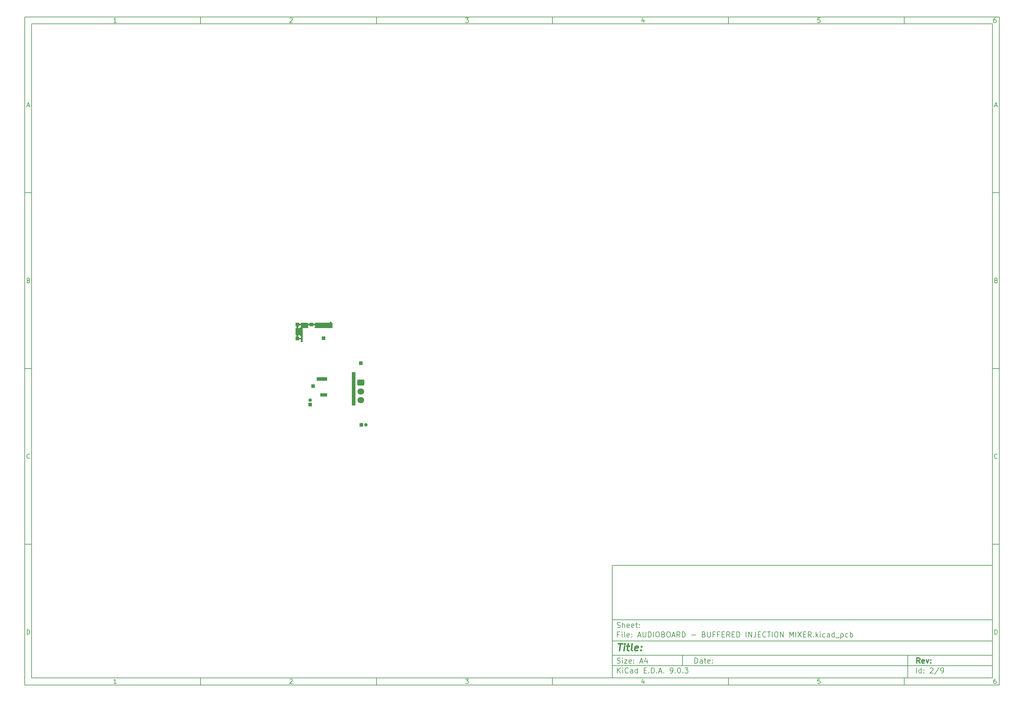
<source format=gbr>
%TF.GenerationSoftware,KiCad,Pcbnew,9.0.3*%
%TF.CreationDate,2025-09-10T01:15:20-07:00*%
%TF.ProjectId,AUDIOBOARD - BUFFERED INJECTION MIXER,41554449-4f42-44f4-9152-44202d204255,rev?*%
%TF.SameCoordinates,Original*%
%TF.FileFunction,Copper,L2,Bot*%
%TF.FilePolarity,Positive*%
%FSLAX46Y46*%
G04 Gerber Fmt 4.6, Leading zero omitted, Abs format (unit mm)*
G04 Created by KiCad (PCBNEW 9.0.3) date 2025-09-10 01:15:20*
%MOMM*%
%LPD*%
G01*
G04 APERTURE LIST*
G04 Aperture macros list*
%AMRoundRect*
0 Rectangle with rounded corners*
0 $1 Rounding radius*
0 $2 $3 $4 $5 $6 $7 $8 $9 X,Y pos of 4 corners*
0 Add a 4 corners polygon primitive as box body*
4,1,4,$2,$3,$4,$5,$6,$7,$8,$9,$2,$3,0*
0 Add four circle primitives for the rounded corners*
1,1,$1+$1,$2,$3*
1,1,$1+$1,$4,$5*
1,1,$1+$1,$6,$7*
1,1,$1+$1,$8,$9*
0 Add four rect primitives between the rounded corners*
20,1,$1+$1,$2,$3,$4,$5,0*
20,1,$1+$1,$4,$5,$6,$7,0*
20,1,$1+$1,$6,$7,$8,$9,0*
20,1,$1+$1,$8,$9,$2,$3,0*%
G04 Aperture macros list end*
%ADD10C,0.100000*%
%ADD11C,0.150000*%
%ADD12C,0.300000*%
%ADD13C,0.400000*%
%TA.AperFunction,ComponentPad*%
%ADD14R,1.000000X1.000000*%
%TD*%
%TA.AperFunction,ComponentPad*%
%ADD15RoundRect,0.250000X-0.725000X0.600000X-0.725000X-0.600000X0.725000X-0.600000X0.725000X0.600000X0*%
%TD*%
%TA.AperFunction,ComponentPad*%
%ADD16O,1.950000X1.700000*%
%TD*%
%TA.AperFunction,ComponentPad*%
%ADD17C,1.000000*%
%TD*%
%TA.AperFunction,ViaPad*%
%ADD18C,0.600000*%
%TD*%
G04 APERTURE END LIST*
D10*
D11*
X177002200Y-166007200D02*
X285002200Y-166007200D01*
X285002200Y-198007200D01*
X177002200Y-198007200D01*
X177002200Y-166007200D01*
D10*
D11*
X10000000Y-10000000D02*
X287002200Y-10000000D01*
X287002200Y-200007200D01*
X10000000Y-200007200D01*
X10000000Y-10000000D01*
D10*
D11*
X12000000Y-12000000D02*
X285002200Y-12000000D01*
X285002200Y-198007200D01*
X12000000Y-198007200D01*
X12000000Y-12000000D01*
D10*
D11*
X60000000Y-12000000D02*
X60000000Y-10000000D01*
D10*
D11*
X110000000Y-12000000D02*
X110000000Y-10000000D01*
D10*
D11*
X160000000Y-12000000D02*
X160000000Y-10000000D01*
D10*
D11*
X210000000Y-12000000D02*
X210000000Y-10000000D01*
D10*
D11*
X260000000Y-12000000D02*
X260000000Y-10000000D01*
D10*
D11*
X36089160Y-11593604D02*
X35346303Y-11593604D01*
X35717731Y-11593604D02*
X35717731Y-10293604D01*
X35717731Y-10293604D02*
X35593922Y-10479319D01*
X35593922Y-10479319D02*
X35470112Y-10603128D01*
X35470112Y-10603128D02*
X35346303Y-10665033D01*
D10*
D11*
X85346303Y-10417414D02*
X85408207Y-10355509D01*
X85408207Y-10355509D02*
X85532017Y-10293604D01*
X85532017Y-10293604D02*
X85841541Y-10293604D01*
X85841541Y-10293604D02*
X85965350Y-10355509D01*
X85965350Y-10355509D02*
X86027255Y-10417414D01*
X86027255Y-10417414D02*
X86089160Y-10541223D01*
X86089160Y-10541223D02*
X86089160Y-10665033D01*
X86089160Y-10665033D02*
X86027255Y-10850747D01*
X86027255Y-10850747D02*
X85284398Y-11593604D01*
X85284398Y-11593604D02*
X86089160Y-11593604D01*
D10*
D11*
X135284398Y-10293604D02*
X136089160Y-10293604D01*
X136089160Y-10293604D02*
X135655826Y-10788842D01*
X135655826Y-10788842D02*
X135841541Y-10788842D01*
X135841541Y-10788842D02*
X135965350Y-10850747D01*
X135965350Y-10850747D02*
X136027255Y-10912652D01*
X136027255Y-10912652D02*
X136089160Y-11036461D01*
X136089160Y-11036461D02*
X136089160Y-11345985D01*
X136089160Y-11345985D02*
X136027255Y-11469795D01*
X136027255Y-11469795D02*
X135965350Y-11531700D01*
X135965350Y-11531700D02*
X135841541Y-11593604D01*
X135841541Y-11593604D02*
X135470112Y-11593604D01*
X135470112Y-11593604D02*
X135346303Y-11531700D01*
X135346303Y-11531700D02*
X135284398Y-11469795D01*
D10*
D11*
X185965350Y-10726938D02*
X185965350Y-11593604D01*
X185655826Y-10231700D02*
X185346303Y-11160271D01*
X185346303Y-11160271D02*
X186151064Y-11160271D01*
D10*
D11*
X236027255Y-10293604D02*
X235408207Y-10293604D01*
X235408207Y-10293604D02*
X235346303Y-10912652D01*
X235346303Y-10912652D02*
X235408207Y-10850747D01*
X235408207Y-10850747D02*
X235532017Y-10788842D01*
X235532017Y-10788842D02*
X235841541Y-10788842D01*
X235841541Y-10788842D02*
X235965350Y-10850747D01*
X235965350Y-10850747D02*
X236027255Y-10912652D01*
X236027255Y-10912652D02*
X236089160Y-11036461D01*
X236089160Y-11036461D02*
X236089160Y-11345985D01*
X236089160Y-11345985D02*
X236027255Y-11469795D01*
X236027255Y-11469795D02*
X235965350Y-11531700D01*
X235965350Y-11531700D02*
X235841541Y-11593604D01*
X235841541Y-11593604D02*
X235532017Y-11593604D01*
X235532017Y-11593604D02*
X235408207Y-11531700D01*
X235408207Y-11531700D02*
X235346303Y-11469795D01*
D10*
D11*
X285965350Y-10293604D02*
X285717731Y-10293604D01*
X285717731Y-10293604D02*
X285593922Y-10355509D01*
X285593922Y-10355509D02*
X285532017Y-10417414D01*
X285532017Y-10417414D02*
X285408207Y-10603128D01*
X285408207Y-10603128D02*
X285346303Y-10850747D01*
X285346303Y-10850747D02*
X285346303Y-11345985D01*
X285346303Y-11345985D02*
X285408207Y-11469795D01*
X285408207Y-11469795D02*
X285470112Y-11531700D01*
X285470112Y-11531700D02*
X285593922Y-11593604D01*
X285593922Y-11593604D02*
X285841541Y-11593604D01*
X285841541Y-11593604D02*
X285965350Y-11531700D01*
X285965350Y-11531700D02*
X286027255Y-11469795D01*
X286027255Y-11469795D02*
X286089160Y-11345985D01*
X286089160Y-11345985D02*
X286089160Y-11036461D01*
X286089160Y-11036461D02*
X286027255Y-10912652D01*
X286027255Y-10912652D02*
X285965350Y-10850747D01*
X285965350Y-10850747D02*
X285841541Y-10788842D01*
X285841541Y-10788842D02*
X285593922Y-10788842D01*
X285593922Y-10788842D02*
X285470112Y-10850747D01*
X285470112Y-10850747D02*
X285408207Y-10912652D01*
X285408207Y-10912652D02*
X285346303Y-11036461D01*
D10*
D11*
X60000000Y-198007200D02*
X60000000Y-200007200D01*
D10*
D11*
X110000000Y-198007200D02*
X110000000Y-200007200D01*
D10*
D11*
X160000000Y-198007200D02*
X160000000Y-200007200D01*
D10*
D11*
X210000000Y-198007200D02*
X210000000Y-200007200D01*
D10*
D11*
X260000000Y-198007200D02*
X260000000Y-200007200D01*
D10*
D11*
X36089160Y-199600804D02*
X35346303Y-199600804D01*
X35717731Y-199600804D02*
X35717731Y-198300804D01*
X35717731Y-198300804D02*
X35593922Y-198486519D01*
X35593922Y-198486519D02*
X35470112Y-198610328D01*
X35470112Y-198610328D02*
X35346303Y-198672233D01*
D10*
D11*
X85346303Y-198424614D02*
X85408207Y-198362709D01*
X85408207Y-198362709D02*
X85532017Y-198300804D01*
X85532017Y-198300804D02*
X85841541Y-198300804D01*
X85841541Y-198300804D02*
X85965350Y-198362709D01*
X85965350Y-198362709D02*
X86027255Y-198424614D01*
X86027255Y-198424614D02*
X86089160Y-198548423D01*
X86089160Y-198548423D02*
X86089160Y-198672233D01*
X86089160Y-198672233D02*
X86027255Y-198857947D01*
X86027255Y-198857947D02*
X85284398Y-199600804D01*
X85284398Y-199600804D02*
X86089160Y-199600804D01*
D10*
D11*
X135284398Y-198300804D02*
X136089160Y-198300804D01*
X136089160Y-198300804D02*
X135655826Y-198796042D01*
X135655826Y-198796042D02*
X135841541Y-198796042D01*
X135841541Y-198796042D02*
X135965350Y-198857947D01*
X135965350Y-198857947D02*
X136027255Y-198919852D01*
X136027255Y-198919852D02*
X136089160Y-199043661D01*
X136089160Y-199043661D02*
X136089160Y-199353185D01*
X136089160Y-199353185D02*
X136027255Y-199476995D01*
X136027255Y-199476995D02*
X135965350Y-199538900D01*
X135965350Y-199538900D02*
X135841541Y-199600804D01*
X135841541Y-199600804D02*
X135470112Y-199600804D01*
X135470112Y-199600804D02*
X135346303Y-199538900D01*
X135346303Y-199538900D02*
X135284398Y-199476995D01*
D10*
D11*
X185965350Y-198734138D02*
X185965350Y-199600804D01*
X185655826Y-198238900D02*
X185346303Y-199167471D01*
X185346303Y-199167471D02*
X186151064Y-199167471D01*
D10*
D11*
X236027255Y-198300804D02*
X235408207Y-198300804D01*
X235408207Y-198300804D02*
X235346303Y-198919852D01*
X235346303Y-198919852D02*
X235408207Y-198857947D01*
X235408207Y-198857947D02*
X235532017Y-198796042D01*
X235532017Y-198796042D02*
X235841541Y-198796042D01*
X235841541Y-198796042D02*
X235965350Y-198857947D01*
X235965350Y-198857947D02*
X236027255Y-198919852D01*
X236027255Y-198919852D02*
X236089160Y-199043661D01*
X236089160Y-199043661D02*
X236089160Y-199353185D01*
X236089160Y-199353185D02*
X236027255Y-199476995D01*
X236027255Y-199476995D02*
X235965350Y-199538900D01*
X235965350Y-199538900D02*
X235841541Y-199600804D01*
X235841541Y-199600804D02*
X235532017Y-199600804D01*
X235532017Y-199600804D02*
X235408207Y-199538900D01*
X235408207Y-199538900D02*
X235346303Y-199476995D01*
D10*
D11*
X285965350Y-198300804D02*
X285717731Y-198300804D01*
X285717731Y-198300804D02*
X285593922Y-198362709D01*
X285593922Y-198362709D02*
X285532017Y-198424614D01*
X285532017Y-198424614D02*
X285408207Y-198610328D01*
X285408207Y-198610328D02*
X285346303Y-198857947D01*
X285346303Y-198857947D02*
X285346303Y-199353185D01*
X285346303Y-199353185D02*
X285408207Y-199476995D01*
X285408207Y-199476995D02*
X285470112Y-199538900D01*
X285470112Y-199538900D02*
X285593922Y-199600804D01*
X285593922Y-199600804D02*
X285841541Y-199600804D01*
X285841541Y-199600804D02*
X285965350Y-199538900D01*
X285965350Y-199538900D02*
X286027255Y-199476995D01*
X286027255Y-199476995D02*
X286089160Y-199353185D01*
X286089160Y-199353185D02*
X286089160Y-199043661D01*
X286089160Y-199043661D02*
X286027255Y-198919852D01*
X286027255Y-198919852D02*
X285965350Y-198857947D01*
X285965350Y-198857947D02*
X285841541Y-198796042D01*
X285841541Y-198796042D02*
X285593922Y-198796042D01*
X285593922Y-198796042D02*
X285470112Y-198857947D01*
X285470112Y-198857947D02*
X285408207Y-198919852D01*
X285408207Y-198919852D02*
X285346303Y-199043661D01*
D10*
D11*
X10000000Y-60000000D02*
X12000000Y-60000000D01*
D10*
D11*
X10000000Y-110000000D02*
X12000000Y-110000000D01*
D10*
D11*
X10000000Y-160000000D02*
X12000000Y-160000000D01*
D10*
D11*
X10690476Y-35222176D02*
X11309523Y-35222176D01*
X10566666Y-35593604D02*
X10999999Y-34293604D01*
X10999999Y-34293604D02*
X11433333Y-35593604D01*
D10*
D11*
X11092857Y-84912652D02*
X11278571Y-84974557D01*
X11278571Y-84974557D02*
X11340476Y-85036461D01*
X11340476Y-85036461D02*
X11402380Y-85160271D01*
X11402380Y-85160271D02*
X11402380Y-85345985D01*
X11402380Y-85345985D02*
X11340476Y-85469795D01*
X11340476Y-85469795D02*
X11278571Y-85531700D01*
X11278571Y-85531700D02*
X11154761Y-85593604D01*
X11154761Y-85593604D02*
X10659523Y-85593604D01*
X10659523Y-85593604D02*
X10659523Y-84293604D01*
X10659523Y-84293604D02*
X11092857Y-84293604D01*
X11092857Y-84293604D02*
X11216666Y-84355509D01*
X11216666Y-84355509D02*
X11278571Y-84417414D01*
X11278571Y-84417414D02*
X11340476Y-84541223D01*
X11340476Y-84541223D02*
X11340476Y-84665033D01*
X11340476Y-84665033D02*
X11278571Y-84788842D01*
X11278571Y-84788842D02*
X11216666Y-84850747D01*
X11216666Y-84850747D02*
X11092857Y-84912652D01*
X11092857Y-84912652D02*
X10659523Y-84912652D01*
D10*
D11*
X11402380Y-135469795D02*
X11340476Y-135531700D01*
X11340476Y-135531700D02*
X11154761Y-135593604D01*
X11154761Y-135593604D02*
X11030952Y-135593604D01*
X11030952Y-135593604D02*
X10845238Y-135531700D01*
X10845238Y-135531700D02*
X10721428Y-135407890D01*
X10721428Y-135407890D02*
X10659523Y-135284080D01*
X10659523Y-135284080D02*
X10597619Y-135036461D01*
X10597619Y-135036461D02*
X10597619Y-134850747D01*
X10597619Y-134850747D02*
X10659523Y-134603128D01*
X10659523Y-134603128D02*
X10721428Y-134479319D01*
X10721428Y-134479319D02*
X10845238Y-134355509D01*
X10845238Y-134355509D02*
X11030952Y-134293604D01*
X11030952Y-134293604D02*
X11154761Y-134293604D01*
X11154761Y-134293604D02*
X11340476Y-134355509D01*
X11340476Y-134355509D02*
X11402380Y-134417414D01*
D10*
D11*
X10659523Y-185593604D02*
X10659523Y-184293604D01*
X10659523Y-184293604D02*
X10969047Y-184293604D01*
X10969047Y-184293604D02*
X11154761Y-184355509D01*
X11154761Y-184355509D02*
X11278571Y-184479319D01*
X11278571Y-184479319D02*
X11340476Y-184603128D01*
X11340476Y-184603128D02*
X11402380Y-184850747D01*
X11402380Y-184850747D02*
X11402380Y-185036461D01*
X11402380Y-185036461D02*
X11340476Y-185284080D01*
X11340476Y-185284080D02*
X11278571Y-185407890D01*
X11278571Y-185407890D02*
X11154761Y-185531700D01*
X11154761Y-185531700D02*
X10969047Y-185593604D01*
X10969047Y-185593604D02*
X10659523Y-185593604D01*
D10*
D11*
X287002200Y-60000000D02*
X285002200Y-60000000D01*
D10*
D11*
X287002200Y-110000000D02*
X285002200Y-110000000D01*
D10*
D11*
X287002200Y-160000000D02*
X285002200Y-160000000D01*
D10*
D11*
X285692676Y-35222176D02*
X286311723Y-35222176D01*
X285568866Y-35593604D02*
X286002199Y-34293604D01*
X286002199Y-34293604D02*
X286435533Y-35593604D01*
D10*
D11*
X286095057Y-84912652D02*
X286280771Y-84974557D01*
X286280771Y-84974557D02*
X286342676Y-85036461D01*
X286342676Y-85036461D02*
X286404580Y-85160271D01*
X286404580Y-85160271D02*
X286404580Y-85345985D01*
X286404580Y-85345985D02*
X286342676Y-85469795D01*
X286342676Y-85469795D02*
X286280771Y-85531700D01*
X286280771Y-85531700D02*
X286156961Y-85593604D01*
X286156961Y-85593604D02*
X285661723Y-85593604D01*
X285661723Y-85593604D02*
X285661723Y-84293604D01*
X285661723Y-84293604D02*
X286095057Y-84293604D01*
X286095057Y-84293604D02*
X286218866Y-84355509D01*
X286218866Y-84355509D02*
X286280771Y-84417414D01*
X286280771Y-84417414D02*
X286342676Y-84541223D01*
X286342676Y-84541223D02*
X286342676Y-84665033D01*
X286342676Y-84665033D02*
X286280771Y-84788842D01*
X286280771Y-84788842D02*
X286218866Y-84850747D01*
X286218866Y-84850747D02*
X286095057Y-84912652D01*
X286095057Y-84912652D02*
X285661723Y-84912652D01*
D10*
D11*
X286404580Y-135469795D02*
X286342676Y-135531700D01*
X286342676Y-135531700D02*
X286156961Y-135593604D01*
X286156961Y-135593604D02*
X286033152Y-135593604D01*
X286033152Y-135593604D02*
X285847438Y-135531700D01*
X285847438Y-135531700D02*
X285723628Y-135407890D01*
X285723628Y-135407890D02*
X285661723Y-135284080D01*
X285661723Y-135284080D02*
X285599819Y-135036461D01*
X285599819Y-135036461D02*
X285599819Y-134850747D01*
X285599819Y-134850747D02*
X285661723Y-134603128D01*
X285661723Y-134603128D02*
X285723628Y-134479319D01*
X285723628Y-134479319D02*
X285847438Y-134355509D01*
X285847438Y-134355509D02*
X286033152Y-134293604D01*
X286033152Y-134293604D02*
X286156961Y-134293604D01*
X286156961Y-134293604D02*
X286342676Y-134355509D01*
X286342676Y-134355509D02*
X286404580Y-134417414D01*
D10*
D11*
X285661723Y-185593604D02*
X285661723Y-184293604D01*
X285661723Y-184293604D02*
X285971247Y-184293604D01*
X285971247Y-184293604D02*
X286156961Y-184355509D01*
X286156961Y-184355509D02*
X286280771Y-184479319D01*
X286280771Y-184479319D02*
X286342676Y-184603128D01*
X286342676Y-184603128D02*
X286404580Y-184850747D01*
X286404580Y-184850747D02*
X286404580Y-185036461D01*
X286404580Y-185036461D02*
X286342676Y-185284080D01*
X286342676Y-185284080D02*
X286280771Y-185407890D01*
X286280771Y-185407890D02*
X286156961Y-185531700D01*
X286156961Y-185531700D02*
X285971247Y-185593604D01*
X285971247Y-185593604D02*
X285661723Y-185593604D01*
D10*
D11*
X200458026Y-193793328D02*
X200458026Y-192293328D01*
X200458026Y-192293328D02*
X200815169Y-192293328D01*
X200815169Y-192293328D02*
X201029455Y-192364757D01*
X201029455Y-192364757D02*
X201172312Y-192507614D01*
X201172312Y-192507614D02*
X201243741Y-192650471D01*
X201243741Y-192650471D02*
X201315169Y-192936185D01*
X201315169Y-192936185D02*
X201315169Y-193150471D01*
X201315169Y-193150471D02*
X201243741Y-193436185D01*
X201243741Y-193436185D02*
X201172312Y-193579042D01*
X201172312Y-193579042D02*
X201029455Y-193721900D01*
X201029455Y-193721900D02*
X200815169Y-193793328D01*
X200815169Y-193793328D02*
X200458026Y-193793328D01*
X202600884Y-193793328D02*
X202600884Y-193007614D01*
X202600884Y-193007614D02*
X202529455Y-192864757D01*
X202529455Y-192864757D02*
X202386598Y-192793328D01*
X202386598Y-192793328D02*
X202100884Y-192793328D01*
X202100884Y-192793328D02*
X201958026Y-192864757D01*
X202600884Y-193721900D02*
X202458026Y-193793328D01*
X202458026Y-193793328D02*
X202100884Y-193793328D01*
X202100884Y-193793328D02*
X201958026Y-193721900D01*
X201958026Y-193721900D02*
X201886598Y-193579042D01*
X201886598Y-193579042D02*
X201886598Y-193436185D01*
X201886598Y-193436185D02*
X201958026Y-193293328D01*
X201958026Y-193293328D02*
X202100884Y-193221900D01*
X202100884Y-193221900D02*
X202458026Y-193221900D01*
X202458026Y-193221900D02*
X202600884Y-193150471D01*
X203100884Y-192793328D02*
X203672312Y-192793328D01*
X203315169Y-192293328D02*
X203315169Y-193579042D01*
X203315169Y-193579042D02*
X203386598Y-193721900D01*
X203386598Y-193721900D02*
X203529455Y-193793328D01*
X203529455Y-193793328D02*
X203672312Y-193793328D01*
X204743741Y-193721900D02*
X204600884Y-193793328D01*
X204600884Y-193793328D02*
X204315170Y-193793328D01*
X204315170Y-193793328D02*
X204172312Y-193721900D01*
X204172312Y-193721900D02*
X204100884Y-193579042D01*
X204100884Y-193579042D02*
X204100884Y-193007614D01*
X204100884Y-193007614D02*
X204172312Y-192864757D01*
X204172312Y-192864757D02*
X204315170Y-192793328D01*
X204315170Y-192793328D02*
X204600884Y-192793328D01*
X204600884Y-192793328D02*
X204743741Y-192864757D01*
X204743741Y-192864757D02*
X204815170Y-193007614D01*
X204815170Y-193007614D02*
X204815170Y-193150471D01*
X204815170Y-193150471D02*
X204100884Y-193293328D01*
X205458026Y-193650471D02*
X205529455Y-193721900D01*
X205529455Y-193721900D02*
X205458026Y-193793328D01*
X205458026Y-193793328D02*
X205386598Y-193721900D01*
X205386598Y-193721900D02*
X205458026Y-193650471D01*
X205458026Y-193650471D02*
X205458026Y-193793328D01*
X205458026Y-192864757D02*
X205529455Y-192936185D01*
X205529455Y-192936185D02*
X205458026Y-193007614D01*
X205458026Y-193007614D02*
X205386598Y-192936185D01*
X205386598Y-192936185D02*
X205458026Y-192864757D01*
X205458026Y-192864757D02*
X205458026Y-193007614D01*
D10*
D11*
X177002200Y-194507200D02*
X285002200Y-194507200D01*
D10*
D11*
X178458026Y-196593328D02*
X178458026Y-195093328D01*
X179315169Y-196593328D02*
X178672312Y-195736185D01*
X179315169Y-195093328D02*
X178458026Y-195950471D01*
X179958026Y-196593328D02*
X179958026Y-195593328D01*
X179958026Y-195093328D02*
X179886598Y-195164757D01*
X179886598Y-195164757D02*
X179958026Y-195236185D01*
X179958026Y-195236185D02*
X180029455Y-195164757D01*
X180029455Y-195164757D02*
X179958026Y-195093328D01*
X179958026Y-195093328D02*
X179958026Y-195236185D01*
X181529455Y-196450471D02*
X181458027Y-196521900D01*
X181458027Y-196521900D02*
X181243741Y-196593328D01*
X181243741Y-196593328D02*
X181100884Y-196593328D01*
X181100884Y-196593328D02*
X180886598Y-196521900D01*
X180886598Y-196521900D02*
X180743741Y-196379042D01*
X180743741Y-196379042D02*
X180672312Y-196236185D01*
X180672312Y-196236185D02*
X180600884Y-195950471D01*
X180600884Y-195950471D02*
X180600884Y-195736185D01*
X180600884Y-195736185D02*
X180672312Y-195450471D01*
X180672312Y-195450471D02*
X180743741Y-195307614D01*
X180743741Y-195307614D02*
X180886598Y-195164757D01*
X180886598Y-195164757D02*
X181100884Y-195093328D01*
X181100884Y-195093328D02*
X181243741Y-195093328D01*
X181243741Y-195093328D02*
X181458027Y-195164757D01*
X181458027Y-195164757D02*
X181529455Y-195236185D01*
X182815170Y-196593328D02*
X182815170Y-195807614D01*
X182815170Y-195807614D02*
X182743741Y-195664757D01*
X182743741Y-195664757D02*
X182600884Y-195593328D01*
X182600884Y-195593328D02*
X182315170Y-195593328D01*
X182315170Y-195593328D02*
X182172312Y-195664757D01*
X182815170Y-196521900D02*
X182672312Y-196593328D01*
X182672312Y-196593328D02*
X182315170Y-196593328D01*
X182315170Y-196593328D02*
X182172312Y-196521900D01*
X182172312Y-196521900D02*
X182100884Y-196379042D01*
X182100884Y-196379042D02*
X182100884Y-196236185D01*
X182100884Y-196236185D02*
X182172312Y-196093328D01*
X182172312Y-196093328D02*
X182315170Y-196021900D01*
X182315170Y-196021900D02*
X182672312Y-196021900D01*
X182672312Y-196021900D02*
X182815170Y-195950471D01*
X184172313Y-196593328D02*
X184172313Y-195093328D01*
X184172313Y-196521900D02*
X184029455Y-196593328D01*
X184029455Y-196593328D02*
X183743741Y-196593328D01*
X183743741Y-196593328D02*
X183600884Y-196521900D01*
X183600884Y-196521900D02*
X183529455Y-196450471D01*
X183529455Y-196450471D02*
X183458027Y-196307614D01*
X183458027Y-196307614D02*
X183458027Y-195879042D01*
X183458027Y-195879042D02*
X183529455Y-195736185D01*
X183529455Y-195736185D02*
X183600884Y-195664757D01*
X183600884Y-195664757D02*
X183743741Y-195593328D01*
X183743741Y-195593328D02*
X184029455Y-195593328D01*
X184029455Y-195593328D02*
X184172313Y-195664757D01*
X186029455Y-195807614D02*
X186529455Y-195807614D01*
X186743741Y-196593328D02*
X186029455Y-196593328D01*
X186029455Y-196593328D02*
X186029455Y-195093328D01*
X186029455Y-195093328D02*
X186743741Y-195093328D01*
X187386598Y-196450471D02*
X187458027Y-196521900D01*
X187458027Y-196521900D02*
X187386598Y-196593328D01*
X187386598Y-196593328D02*
X187315170Y-196521900D01*
X187315170Y-196521900D02*
X187386598Y-196450471D01*
X187386598Y-196450471D02*
X187386598Y-196593328D01*
X188100884Y-196593328D02*
X188100884Y-195093328D01*
X188100884Y-195093328D02*
X188458027Y-195093328D01*
X188458027Y-195093328D02*
X188672313Y-195164757D01*
X188672313Y-195164757D02*
X188815170Y-195307614D01*
X188815170Y-195307614D02*
X188886599Y-195450471D01*
X188886599Y-195450471D02*
X188958027Y-195736185D01*
X188958027Y-195736185D02*
X188958027Y-195950471D01*
X188958027Y-195950471D02*
X188886599Y-196236185D01*
X188886599Y-196236185D02*
X188815170Y-196379042D01*
X188815170Y-196379042D02*
X188672313Y-196521900D01*
X188672313Y-196521900D02*
X188458027Y-196593328D01*
X188458027Y-196593328D02*
X188100884Y-196593328D01*
X189600884Y-196450471D02*
X189672313Y-196521900D01*
X189672313Y-196521900D02*
X189600884Y-196593328D01*
X189600884Y-196593328D02*
X189529456Y-196521900D01*
X189529456Y-196521900D02*
X189600884Y-196450471D01*
X189600884Y-196450471D02*
X189600884Y-196593328D01*
X190243742Y-196164757D02*
X190958028Y-196164757D01*
X190100885Y-196593328D02*
X190600885Y-195093328D01*
X190600885Y-195093328D02*
X191100885Y-196593328D01*
X191600884Y-196450471D02*
X191672313Y-196521900D01*
X191672313Y-196521900D02*
X191600884Y-196593328D01*
X191600884Y-196593328D02*
X191529456Y-196521900D01*
X191529456Y-196521900D02*
X191600884Y-196450471D01*
X191600884Y-196450471D02*
X191600884Y-196593328D01*
X193529456Y-196593328D02*
X193815170Y-196593328D01*
X193815170Y-196593328D02*
X193958027Y-196521900D01*
X193958027Y-196521900D02*
X194029456Y-196450471D01*
X194029456Y-196450471D02*
X194172313Y-196236185D01*
X194172313Y-196236185D02*
X194243742Y-195950471D01*
X194243742Y-195950471D02*
X194243742Y-195379042D01*
X194243742Y-195379042D02*
X194172313Y-195236185D01*
X194172313Y-195236185D02*
X194100885Y-195164757D01*
X194100885Y-195164757D02*
X193958027Y-195093328D01*
X193958027Y-195093328D02*
X193672313Y-195093328D01*
X193672313Y-195093328D02*
X193529456Y-195164757D01*
X193529456Y-195164757D02*
X193458027Y-195236185D01*
X193458027Y-195236185D02*
X193386599Y-195379042D01*
X193386599Y-195379042D02*
X193386599Y-195736185D01*
X193386599Y-195736185D02*
X193458027Y-195879042D01*
X193458027Y-195879042D02*
X193529456Y-195950471D01*
X193529456Y-195950471D02*
X193672313Y-196021900D01*
X193672313Y-196021900D02*
X193958027Y-196021900D01*
X193958027Y-196021900D02*
X194100885Y-195950471D01*
X194100885Y-195950471D02*
X194172313Y-195879042D01*
X194172313Y-195879042D02*
X194243742Y-195736185D01*
X194886598Y-196450471D02*
X194958027Y-196521900D01*
X194958027Y-196521900D02*
X194886598Y-196593328D01*
X194886598Y-196593328D02*
X194815170Y-196521900D01*
X194815170Y-196521900D02*
X194886598Y-196450471D01*
X194886598Y-196450471D02*
X194886598Y-196593328D01*
X195886599Y-195093328D02*
X196029456Y-195093328D01*
X196029456Y-195093328D02*
X196172313Y-195164757D01*
X196172313Y-195164757D02*
X196243742Y-195236185D01*
X196243742Y-195236185D02*
X196315170Y-195379042D01*
X196315170Y-195379042D02*
X196386599Y-195664757D01*
X196386599Y-195664757D02*
X196386599Y-196021900D01*
X196386599Y-196021900D02*
X196315170Y-196307614D01*
X196315170Y-196307614D02*
X196243742Y-196450471D01*
X196243742Y-196450471D02*
X196172313Y-196521900D01*
X196172313Y-196521900D02*
X196029456Y-196593328D01*
X196029456Y-196593328D02*
X195886599Y-196593328D01*
X195886599Y-196593328D02*
X195743742Y-196521900D01*
X195743742Y-196521900D02*
X195672313Y-196450471D01*
X195672313Y-196450471D02*
X195600884Y-196307614D01*
X195600884Y-196307614D02*
X195529456Y-196021900D01*
X195529456Y-196021900D02*
X195529456Y-195664757D01*
X195529456Y-195664757D02*
X195600884Y-195379042D01*
X195600884Y-195379042D02*
X195672313Y-195236185D01*
X195672313Y-195236185D02*
X195743742Y-195164757D01*
X195743742Y-195164757D02*
X195886599Y-195093328D01*
X197029455Y-196450471D02*
X197100884Y-196521900D01*
X197100884Y-196521900D02*
X197029455Y-196593328D01*
X197029455Y-196593328D02*
X196958027Y-196521900D01*
X196958027Y-196521900D02*
X197029455Y-196450471D01*
X197029455Y-196450471D02*
X197029455Y-196593328D01*
X197600884Y-195093328D02*
X198529456Y-195093328D01*
X198529456Y-195093328D02*
X198029456Y-195664757D01*
X198029456Y-195664757D02*
X198243741Y-195664757D01*
X198243741Y-195664757D02*
X198386599Y-195736185D01*
X198386599Y-195736185D02*
X198458027Y-195807614D01*
X198458027Y-195807614D02*
X198529456Y-195950471D01*
X198529456Y-195950471D02*
X198529456Y-196307614D01*
X198529456Y-196307614D02*
X198458027Y-196450471D01*
X198458027Y-196450471D02*
X198386599Y-196521900D01*
X198386599Y-196521900D02*
X198243741Y-196593328D01*
X198243741Y-196593328D02*
X197815170Y-196593328D01*
X197815170Y-196593328D02*
X197672313Y-196521900D01*
X197672313Y-196521900D02*
X197600884Y-196450471D01*
D10*
D11*
X177002200Y-191507200D02*
X285002200Y-191507200D01*
D10*
D12*
X264413853Y-193785528D02*
X263913853Y-193071242D01*
X263556710Y-193785528D02*
X263556710Y-192285528D01*
X263556710Y-192285528D02*
X264128139Y-192285528D01*
X264128139Y-192285528D02*
X264270996Y-192356957D01*
X264270996Y-192356957D02*
X264342425Y-192428385D01*
X264342425Y-192428385D02*
X264413853Y-192571242D01*
X264413853Y-192571242D02*
X264413853Y-192785528D01*
X264413853Y-192785528D02*
X264342425Y-192928385D01*
X264342425Y-192928385D02*
X264270996Y-192999814D01*
X264270996Y-192999814D02*
X264128139Y-193071242D01*
X264128139Y-193071242D02*
X263556710Y-193071242D01*
X265628139Y-193714100D02*
X265485282Y-193785528D01*
X265485282Y-193785528D02*
X265199568Y-193785528D01*
X265199568Y-193785528D02*
X265056710Y-193714100D01*
X265056710Y-193714100D02*
X264985282Y-193571242D01*
X264985282Y-193571242D02*
X264985282Y-192999814D01*
X264985282Y-192999814D02*
X265056710Y-192856957D01*
X265056710Y-192856957D02*
X265199568Y-192785528D01*
X265199568Y-192785528D02*
X265485282Y-192785528D01*
X265485282Y-192785528D02*
X265628139Y-192856957D01*
X265628139Y-192856957D02*
X265699568Y-192999814D01*
X265699568Y-192999814D02*
X265699568Y-193142671D01*
X265699568Y-193142671D02*
X264985282Y-193285528D01*
X266199567Y-192785528D02*
X266556710Y-193785528D01*
X266556710Y-193785528D02*
X266913853Y-192785528D01*
X267485281Y-193642671D02*
X267556710Y-193714100D01*
X267556710Y-193714100D02*
X267485281Y-193785528D01*
X267485281Y-193785528D02*
X267413853Y-193714100D01*
X267413853Y-193714100D02*
X267485281Y-193642671D01*
X267485281Y-193642671D02*
X267485281Y-193785528D01*
X267485281Y-192856957D02*
X267556710Y-192928385D01*
X267556710Y-192928385D02*
X267485281Y-192999814D01*
X267485281Y-192999814D02*
X267413853Y-192928385D01*
X267413853Y-192928385D02*
X267485281Y-192856957D01*
X267485281Y-192856957D02*
X267485281Y-192999814D01*
D10*
D11*
X178386598Y-193721900D02*
X178600884Y-193793328D01*
X178600884Y-193793328D02*
X178958026Y-193793328D01*
X178958026Y-193793328D02*
X179100884Y-193721900D01*
X179100884Y-193721900D02*
X179172312Y-193650471D01*
X179172312Y-193650471D02*
X179243741Y-193507614D01*
X179243741Y-193507614D02*
X179243741Y-193364757D01*
X179243741Y-193364757D02*
X179172312Y-193221900D01*
X179172312Y-193221900D02*
X179100884Y-193150471D01*
X179100884Y-193150471D02*
X178958026Y-193079042D01*
X178958026Y-193079042D02*
X178672312Y-193007614D01*
X178672312Y-193007614D02*
X178529455Y-192936185D01*
X178529455Y-192936185D02*
X178458026Y-192864757D01*
X178458026Y-192864757D02*
X178386598Y-192721900D01*
X178386598Y-192721900D02*
X178386598Y-192579042D01*
X178386598Y-192579042D02*
X178458026Y-192436185D01*
X178458026Y-192436185D02*
X178529455Y-192364757D01*
X178529455Y-192364757D02*
X178672312Y-192293328D01*
X178672312Y-192293328D02*
X179029455Y-192293328D01*
X179029455Y-192293328D02*
X179243741Y-192364757D01*
X179886597Y-193793328D02*
X179886597Y-192793328D01*
X179886597Y-192293328D02*
X179815169Y-192364757D01*
X179815169Y-192364757D02*
X179886597Y-192436185D01*
X179886597Y-192436185D02*
X179958026Y-192364757D01*
X179958026Y-192364757D02*
X179886597Y-192293328D01*
X179886597Y-192293328D02*
X179886597Y-192436185D01*
X180458026Y-192793328D02*
X181243741Y-192793328D01*
X181243741Y-192793328D02*
X180458026Y-193793328D01*
X180458026Y-193793328D02*
X181243741Y-193793328D01*
X182386598Y-193721900D02*
X182243741Y-193793328D01*
X182243741Y-193793328D02*
X181958027Y-193793328D01*
X181958027Y-193793328D02*
X181815169Y-193721900D01*
X181815169Y-193721900D02*
X181743741Y-193579042D01*
X181743741Y-193579042D02*
X181743741Y-193007614D01*
X181743741Y-193007614D02*
X181815169Y-192864757D01*
X181815169Y-192864757D02*
X181958027Y-192793328D01*
X181958027Y-192793328D02*
X182243741Y-192793328D01*
X182243741Y-192793328D02*
X182386598Y-192864757D01*
X182386598Y-192864757D02*
X182458027Y-193007614D01*
X182458027Y-193007614D02*
X182458027Y-193150471D01*
X182458027Y-193150471D02*
X181743741Y-193293328D01*
X183100883Y-193650471D02*
X183172312Y-193721900D01*
X183172312Y-193721900D02*
X183100883Y-193793328D01*
X183100883Y-193793328D02*
X183029455Y-193721900D01*
X183029455Y-193721900D02*
X183100883Y-193650471D01*
X183100883Y-193650471D02*
X183100883Y-193793328D01*
X183100883Y-192864757D02*
X183172312Y-192936185D01*
X183172312Y-192936185D02*
X183100883Y-193007614D01*
X183100883Y-193007614D02*
X183029455Y-192936185D01*
X183029455Y-192936185D02*
X183100883Y-192864757D01*
X183100883Y-192864757D02*
X183100883Y-193007614D01*
X184886598Y-193364757D02*
X185600884Y-193364757D01*
X184743741Y-193793328D02*
X185243741Y-192293328D01*
X185243741Y-192293328D02*
X185743741Y-193793328D01*
X186886598Y-192793328D02*
X186886598Y-193793328D01*
X186529455Y-192221900D02*
X186172312Y-193293328D01*
X186172312Y-193293328D02*
X187100883Y-193293328D01*
D10*
D11*
X263458026Y-196593328D02*
X263458026Y-195093328D01*
X264815170Y-196593328D02*
X264815170Y-195093328D01*
X264815170Y-196521900D02*
X264672312Y-196593328D01*
X264672312Y-196593328D02*
X264386598Y-196593328D01*
X264386598Y-196593328D02*
X264243741Y-196521900D01*
X264243741Y-196521900D02*
X264172312Y-196450471D01*
X264172312Y-196450471D02*
X264100884Y-196307614D01*
X264100884Y-196307614D02*
X264100884Y-195879042D01*
X264100884Y-195879042D02*
X264172312Y-195736185D01*
X264172312Y-195736185D02*
X264243741Y-195664757D01*
X264243741Y-195664757D02*
X264386598Y-195593328D01*
X264386598Y-195593328D02*
X264672312Y-195593328D01*
X264672312Y-195593328D02*
X264815170Y-195664757D01*
X265529455Y-196450471D02*
X265600884Y-196521900D01*
X265600884Y-196521900D02*
X265529455Y-196593328D01*
X265529455Y-196593328D02*
X265458027Y-196521900D01*
X265458027Y-196521900D02*
X265529455Y-196450471D01*
X265529455Y-196450471D02*
X265529455Y-196593328D01*
X265529455Y-195664757D02*
X265600884Y-195736185D01*
X265600884Y-195736185D02*
X265529455Y-195807614D01*
X265529455Y-195807614D02*
X265458027Y-195736185D01*
X265458027Y-195736185D02*
X265529455Y-195664757D01*
X265529455Y-195664757D02*
X265529455Y-195807614D01*
X267315170Y-195236185D02*
X267386598Y-195164757D01*
X267386598Y-195164757D02*
X267529456Y-195093328D01*
X267529456Y-195093328D02*
X267886598Y-195093328D01*
X267886598Y-195093328D02*
X268029456Y-195164757D01*
X268029456Y-195164757D02*
X268100884Y-195236185D01*
X268100884Y-195236185D02*
X268172313Y-195379042D01*
X268172313Y-195379042D02*
X268172313Y-195521900D01*
X268172313Y-195521900D02*
X268100884Y-195736185D01*
X268100884Y-195736185D02*
X267243741Y-196593328D01*
X267243741Y-196593328D02*
X268172313Y-196593328D01*
X269886598Y-195021900D02*
X268600884Y-196950471D01*
X270458027Y-196593328D02*
X270743741Y-196593328D01*
X270743741Y-196593328D02*
X270886598Y-196521900D01*
X270886598Y-196521900D02*
X270958027Y-196450471D01*
X270958027Y-196450471D02*
X271100884Y-196236185D01*
X271100884Y-196236185D02*
X271172313Y-195950471D01*
X271172313Y-195950471D02*
X271172313Y-195379042D01*
X271172313Y-195379042D02*
X271100884Y-195236185D01*
X271100884Y-195236185D02*
X271029456Y-195164757D01*
X271029456Y-195164757D02*
X270886598Y-195093328D01*
X270886598Y-195093328D02*
X270600884Y-195093328D01*
X270600884Y-195093328D02*
X270458027Y-195164757D01*
X270458027Y-195164757D02*
X270386598Y-195236185D01*
X270386598Y-195236185D02*
X270315170Y-195379042D01*
X270315170Y-195379042D02*
X270315170Y-195736185D01*
X270315170Y-195736185D02*
X270386598Y-195879042D01*
X270386598Y-195879042D02*
X270458027Y-195950471D01*
X270458027Y-195950471D02*
X270600884Y-196021900D01*
X270600884Y-196021900D02*
X270886598Y-196021900D01*
X270886598Y-196021900D02*
X271029456Y-195950471D01*
X271029456Y-195950471D02*
X271100884Y-195879042D01*
X271100884Y-195879042D02*
X271172313Y-195736185D01*
D10*
D11*
X177002200Y-187507200D02*
X285002200Y-187507200D01*
D10*
D13*
X178693928Y-188211638D02*
X179836785Y-188211638D01*
X179015357Y-190211638D02*
X179265357Y-188211638D01*
X180253452Y-190211638D02*
X180420119Y-188878304D01*
X180503452Y-188211638D02*
X180396309Y-188306876D01*
X180396309Y-188306876D02*
X180479643Y-188402114D01*
X180479643Y-188402114D02*
X180586786Y-188306876D01*
X180586786Y-188306876D02*
X180503452Y-188211638D01*
X180503452Y-188211638D02*
X180479643Y-188402114D01*
X181086786Y-188878304D02*
X181848690Y-188878304D01*
X181455833Y-188211638D02*
X181241548Y-189925923D01*
X181241548Y-189925923D02*
X181312976Y-190116400D01*
X181312976Y-190116400D02*
X181491548Y-190211638D01*
X181491548Y-190211638D02*
X181682024Y-190211638D01*
X182634405Y-190211638D02*
X182455833Y-190116400D01*
X182455833Y-190116400D02*
X182384405Y-189925923D01*
X182384405Y-189925923D02*
X182598690Y-188211638D01*
X184170119Y-190116400D02*
X183967738Y-190211638D01*
X183967738Y-190211638D02*
X183586785Y-190211638D01*
X183586785Y-190211638D02*
X183408214Y-190116400D01*
X183408214Y-190116400D02*
X183336785Y-189925923D01*
X183336785Y-189925923D02*
X183432024Y-189164019D01*
X183432024Y-189164019D02*
X183551071Y-188973542D01*
X183551071Y-188973542D02*
X183753452Y-188878304D01*
X183753452Y-188878304D02*
X184134404Y-188878304D01*
X184134404Y-188878304D02*
X184312976Y-188973542D01*
X184312976Y-188973542D02*
X184384404Y-189164019D01*
X184384404Y-189164019D02*
X184360595Y-189354495D01*
X184360595Y-189354495D02*
X183384404Y-189544971D01*
X185134405Y-190021161D02*
X185217738Y-190116400D01*
X185217738Y-190116400D02*
X185110595Y-190211638D01*
X185110595Y-190211638D02*
X185027262Y-190116400D01*
X185027262Y-190116400D02*
X185134405Y-190021161D01*
X185134405Y-190021161D02*
X185110595Y-190211638D01*
X185265357Y-188973542D02*
X185348690Y-189068780D01*
X185348690Y-189068780D02*
X185241548Y-189164019D01*
X185241548Y-189164019D02*
X185158214Y-189068780D01*
X185158214Y-189068780D02*
X185265357Y-188973542D01*
X185265357Y-188973542D02*
X185241548Y-189164019D01*
D10*
D11*
X178958026Y-185607614D02*
X178458026Y-185607614D01*
X178458026Y-186393328D02*
X178458026Y-184893328D01*
X178458026Y-184893328D02*
X179172312Y-184893328D01*
X179743740Y-186393328D02*
X179743740Y-185393328D01*
X179743740Y-184893328D02*
X179672312Y-184964757D01*
X179672312Y-184964757D02*
X179743740Y-185036185D01*
X179743740Y-185036185D02*
X179815169Y-184964757D01*
X179815169Y-184964757D02*
X179743740Y-184893328D01*
X179743740Y-184893328D02*
X179743740Y-185036185D01*
X180672312Y-186393328D02*
X180529455Y-186321900D01*
X180529455Y-186321900D02*
X180458026Y-186179042D01*
X180458026Y-186179042D02*
X180458026Y-184893328D01*
X181815169Y-186321900D02*
X181672312Y-186393328D01*
X181672312Y-186393328D02*
X181386598Y-186393328D01*
X181386598Y-186393328D02*
X181243740Y-186321900D01*
X181243740Y-186321900D02*
X181172312Y-186179042D01*
X181172312Y-186179042D02*
X181172312Y-185607614D01*
X181172312Y-185607614D02*
X181243740Y-185464757D01*
X181243740Y-185464757D02*
X181386598Y-185393328D01*
X181386598Y-185393328D02*
X181672312Y-185393328D01*
X181672312Y-185393328D02*
X181815169Y-185464757D01*
X181815169Y-185464757D02*
X181886598Y-185607614D01*
X181886598Y-185607614D02*
X181886598Y-185750471D01*
X181886598Y-185750471D02*
X181172312Y-185893328D01*
X182529454Y-186250471D02*
X182600883Y-186321900D01*
X182600883Y-186321900D02*
X182529454Y-186393328D01*
X182529454Y-186393328D02*
X182458026Y-186321900D01*
X182458026Y-186321900D02*
X182529454Y-186250471D01*
X182529454Y-186250471D02*
X182529454Y-186393328D01*
X182529454Y-185464757D02*
X182600883Y-185536185D01*
X182600883Y-185536185D02*
X182529454Y-185607614D01*
X182529454Y-185607614D02*
X182458026Y-185536185D01*
X182458026Y-185536185D02*
X182529454Y-185464757D01*
X182529454Y-185464757D02*
X182529454Y-185607614D01*
X184315169Y-185964757D02*
X185029455Y-185964757D01*
X184172312Y-186393328D02*
X184672312Y-184893328D01*
X184672312Y-184893328D02*
X185172312Y-186393328D01*
X185672311Y-184893328D02*
X185672311Y-186107614D01*
X185672311Y-186107614D02*
X185743740Y-186250471D01*
X185743740Y-186250471D02*
X185815169Y-186321900D01*
X185815169Y-186321900D02*
X185958026Y-186393328D01*
X185958026Y-186393328D02*
X186243740Y-186393328D01*
X186243740Y-186393328D02*
X186386597Y-186321900D01*
X186386597Y-186321900D02*
X186458026Y-186250471D01*
X186458026Y-186250471D02*
X186529454Y-186107614D01*
X186529454Y-186107614D02*
X186529454Y-184893328D01*
X187243740Y-186393328D02*
X187243740Y-184893328D01*
X187243740Y-184893328D02*
X187600883Y-184893328D01*
X187600883Y-184893328D02*
X187815169Y-184964757D01*
X187815169Y-184964757D02*
X187958026Y-185107614D01*
X187958026Y-185107614D02*
X188029455Y-185250471D01*
X188029455Y-185250471D02*
X188100883Y-185536185D01*
X188100883Y-185536185D02*
X188100883Y-185750471D01*
X188100883Y-185750471D02*
X188029455Y-186036185D01*
X188029455Y-186036185D02*
X187958026Y-186179042D01*
X187958026Y-186179042D02*
X187815169Y-186321900D01*
X187815169Y-186321900D02*
X187600883Y-186393328D01*
X187600883Y-186393328D02*
X187243740Y-186393328D01*
X188743740Y-186393328D02*
X188743740Y-184893328D01*
X189743741Y-184893328D02*
X190029455Y-184893328D01*
X190029455Y-184893328D02*
X190172312Y-184964757D01*
X190172312Y-184964757D02*
X190315169Y-185107614D01*
X190315169Y-185107614D02*
X190386598Y-185393328D01*
X190386598Y-185393328D02*
X190386598Y-185893328D01*
X190386598Y-185893328D02*
X190315169Y-186179042D01*
X190315169Y-186179042D02*
X190172312Y-186321900D01*
X190172312Y-186321900D02*
X190029455Y-186393328D01*
X190029455Y-186393328D02*
X189743741Y-186393328D01*
X189743741Y-186393328D02*
X189600884Y-186321900D01*
X189600884Y-186321900D02*
X189458026Y-186179042D01*
X189458026Y-186179042D02*
X189386598Y-185893328D01*
X189386598Y-185893328D02*
X189386598Y-185393328D01*
X189386598Y-185393328D02*
X189458026Y-185107614D01*
X189458026Y-185107614D02*
X189600884Y-184964757D01*
X189600884Y-184964757D02*
X189743741Y-184893328D01*
X191529455Y-185607614D02*
X191743741Y-185679042D01*
X191743741Y-185679042D02*
X191815170Y-185750471D01*
X191815170Y-185750471D02*
X191886598Y-185893328D01*
X191886598Y-185893328D02*
X191886598Y-186107614D01*
X191886598Y-186107614D02*
X191815170Y-186250471D01*
X191815170Y-186250471D02*
X191743741Y-186321900D01*
X191743741Y-186321900D02*
X191600884Y-186393328D01*
X191600884Y-186393328D02*
X191029455Y-186393328D01*
X191029455Y-186393328D02*
X191029455Y-184893328D01*
X191029455Y-184893328D02*
X191529455Y-184893328D01*
X191529455Y-184893328D02*
X191672313Y-184964757D01*
X191672313Y-184964757D02*
X191743741Y-185036185D01*
X191743741Y-185036185D02*
X191815170Y-185179042D01*
X191815170Y-185179042D02*
X191815170Y-185321900D01*
X191815170Y-185321900D02*
X191743741Y-185464757D01*
X191743741Y-185464757D02*
X191672313Y-185536185D01*
X191672313Y-185536185D02*
X191529455Y-185607614D01*
X191529455Y-185607614D02*
X191029455Y-185607614D01*
X192815170Y-184893328D02*
X193100884Y-184893328D01*
X193100884Y-184893328D02*
X193243741Y-184964757D01*
X193243741Y-184964757D02*
X193386598Y-185107614D01*
X193386598Y-185107614D02*
X193458027Y-185393328D01*
X193458027Y-185393328D02*
X193458027Y-185893328D01*
X193458027Y-185893328D02*
X193386598Y-186179042D01*
X193386598Y-186179042D02*
X193243741Y-186321900D01*
X193243741Y-186321900D02*
X193100884Y-186393328D01*
X193100884Y-186393328D02*
X192815170Y-186393328D01*
X192815170Y-186393328D02*
X192672313Y-186321900D01*
X192672313Y-186321900D02*
X192529455Y-186179042D01*
X192529455Y-186179042D02*
X192458027Y-185893328D01*
X192458027Y-185893328D02*
X192458027Y-185393328D01*
X192458027Y-185393328D02*
X192529455Y-185107614D01*
X192529455Y-185107614D02*
X192672313Y-184964757D01*
X192672313Y-184964757D02*
X192815170Y-184893328D01*
X194029456Y-185964757D02*
X194743742Y-185964757D01*
X193886599Y-186393328D02*
X194386599Y-184893328D01*
X194386599Y-184893328D02*
X194886599Y-186393328D01*
X196243741Y-186393328D02*
X195743741Y-185679042D01*
X195386598Y-186393328D02*
X195386598Y-184893328D01*
X195386598Y-184893328D02*
X195958027Y-184893328D01*
X195958027Y-184893328D02*
X196100884Y-184964757D01*
X196100884Y-184964757D02*
X196172313Y-185036185D01*
X196172313Y-185036185D02*
X196243741Y-185179042D01*
X196243741Y-185179042D02*
X196243741Y-185393328D01*
X196243741Y-185393328D02*
X196172313Y-185536185D01*
X196172313Y-185536185D02*
X196100884Y-185607614D01*
X196100884Y-185607614D02*
X195958027Y-185679042D01*
X195958027Y-185679042D02*
X195386598Y-185679042D01*
X196886598Y-186393328D02*
X196886598Y-184893328D01*
X196886598Y-184893328D02*
X197243741Y-184893328D01*
X197243741Y-184893328D02*
X197458027Y-184964757D01*
X197458027Y-184964757D02*
X197600884Y-185107614D01*
X197600884Y-185107614D02*
X197672313Y-185250471D01*
X197672313Y-185250471D02*
X197743741Y-185536185D01*
X197743741Y-185536185D02*
X197743741Y-185750471D01*
X197743741Y-185750471D02*
X197672313Y-186036185D01*
X197672313Y-186036185D02*
X197600884Y-186179042D01*
X197600884Y-186179042D02*
X197458027Y-186321900D01*
X197458027Y-186321900D02*
X197243741Y-186393328D01*
X197243741Y-186393328D02*
X196886598Y-186393328D01*
X199529455Y-185821900D02*
X200672313Y-185821900D01*
X203029455Y-185607614D02*
X203243741Y-185679042D01*
X203243741Y-185679042D02*
X203315170Y-185750471D01*
X203315170Y-185750471D02*
X203386598Y-185893328D01*
X203386598Y-185893328D02*
X203386598Y-186107614D01*
X203386598Y-186107614D02*
X203315170Y-186250471D01*
X203315170Y-186250471D02*
X203243741Y-186321900D01*
X203243741Y-186321900D02*
X203100884Y-186393328D01*
X203100884Y-186393328D02*
X202529455Y-186393328D01*
X202529455Y-186393328D02*
X202529455Y-184893328D01*
X202529455Y-184893328D02*
X203029455Y-184893328D01*
X203029455Y-184893328D02*
X203172313Y-184964757D01*
X203172313Y-184964757D02*
X203243741Y-185036185D01*
X203243741Y-185036185D02*
X203315170Y-185179042D01*
X203315170Y-185179042D02*
X203315170Y-185321900D01*
X203315170Y-185321900D02*
X203243741Y-185464757D01*
X203243741Y-185464757D02*
X203172313Y-185536185D01*
X203172313Y-185536185D02*
X203029455Y-185607614D01*
X203029455Y-185607614D02*
X202529455Y-185607614D01*
X204029455Y-184893328D02*
X204029455Y-186107614D01*
X204029455Y-186107614D02*
X204100884Y-186250471D01*
X204100884Y-186250471D02*
X204172313Y-186321900D01*
X204172313Y-186321900D02*
X204315170Y-186393328D01*
X204315170Y-186393328D02*
X204600884Y-186393328D01*
X204600884Y-186393328D02*
X204743741Y-186321900D01*
X204743741Y-186321900D02*
X204815170Y-186250471D01*
X204815170Y-186250471D02*
X204886598Y-186107614D01*
X204886598Y-186107614D02*
X204886598Y-184893328D01*
X206100884Y-185607614D02*
X205600884Y-185607614D01*
X205600884Y-186393328D02*
X205600884Y-184893328D01*
X205600884Y-184893328D02*
X206315170Y-184893328D01*
X207386598Y-185607614D02*
X206886598Y-185607614D01*
X206886598Y-186393328D02*
X206886598Y-184893328D01*
X206886598Y-184893328D02*
X207600884Y-184893328D01*
X208172312Y-185607614D02*
X208672312Y-185607614D01*
X208886598Y-186393328D02*
X208172312Y-186393328D01*
X208172312Y-186393328D02*
X208172312Y-184893328D01*
X208172312Y-184893328D02*
X208886598Y-184893328D01*
X210386598Y-186393328D02*
X209886598Y-185679042D01*
X209529455Y-186393328D02*
X209529455Y-184893328D01*
X209529455Y-184893328D02*
X210100884Y-184893328D01*
X210100884Y-184893328D02*
X210243741Y-184964757D01*
X210243741Y-184964757D02*
X210315170Y-185036185D01*
X210315170Y-185036185D02*
X210386598Y-185179042D01*
X210386598Y-185179042D02*
X210386598Y-185393328D01*
X210386598Y-185393328D02*
X210315170Y-185536185D01*
X210315170Y-185536185D02*
X210243741Y-185607614D01*
X210243741Y-185607614D02*
X210100884Y-185679042D01*
X210100884Y-185679042D02*
X209529455Y-185679042D01*
X211029455Y-185607614D02*
X211529455Y-185607614D01*
X211743741Y-186393328D02*
X211029455Y-186393328D01*
X211029455Y-186393328D02*
X211029455Y-184893328D01*
X211029455Y-184893328D02*
X211743741Y-184893328D01*
X212386598Y-186393328D02*
X212386598Y-184893328D01*
X212386598Y-184893328D02*
X212743741Y-184893328D01*
X212743741Y-184893328D02*
X212958027Y-184964757D01*
X212958027Y-184964757D02*
X213100884Y-185107614D01*
X213100884Y-185107614D02*
X213172313Y-185250471D01*
X213172313Y-185250471D02*
X213243741Y-185536185D01*
X213243741Y-185536185D02*
X213243741Y-185750471D01*
X213243741Y-185750471D02*
X213172313Y-186036185D01*
X213172313Y-186036185D02*
X213100884Y-186179042D01*
X213100884Y-186179042D02*
X212958027Y-186321900D01*
X212958027Y-186321900D02*
X212743741Y-186393328D01*
X212743741Y-186393328D02*
X212386598Y-186393328D01*
X215029455Y-186393328D02*
X215029455Y-184893328D01*
X215743741Y-186393328D02*
X215743741Y-184893328D01*
X215743741Y-184893328D02*
X216600884Y-186393328D01*
X216600884Y-186393328D02*
X216600884Y-184893328D01*
X217743742Y-184893328D02*
X217743742Y-185964757D01*
X217743742Y-185964757D02*
X217672313Y-186179042D01*
X217672313Y-186179042D02*
X217529456Y-186321900D01*
X217529456Y-186321900D02*
X217315170Y-186393328D01*
X217315170Y-186393328D02*
X217172313Y-186393328D01*
X218458027Y-185607614D02*
X218958027Y-185607614D01*
X219172313Y-186393328D02*
X218458027Y-186393328D01*
X218458027Y-186393328D02*
X218458027Y-184893328D01*
X218458027Y-184893328D02*
X219172313Y-184893328D01*
X220672313Y-186250471D02*
X220600885Y-186321900D01*
X220600885Y-186321900D02*
X220386599Y-186393328D01*
X220386599Y-186393328D02*
X220243742Y-186393328D01*
X220243742Y-186393328D02*
X220029456Y-186321900D01*
X220029456Y-186321900D02*
X219886599Y-186179042D01*
X219886599Y-186179042D02*
X219815170Y-186036185D01*
X219815170Y-186036185D02*
X219743742Y-185750471D01*
X219743742Y-185750471D02*
X219743742Y-185536185D01*
X219743742Y-185536185D02*
X219815170Y-185250471D01*
X219815170Y-185250471D02*
X219886599Y-185107614D01*
X219886599Y-185107614D02*
X220029456Y-184964757D01*
X220029456Y-184964757D02*
X220243742Y-184893328D01*
X220243742Y-184893328D02*
X220386599Y-184893328D01*
X220386599Y-184893328D02*
X220600885Y-184964757D01*
X220600885Y-184964757D02*
X220672313Y-185036185D01*
X221100885Y-184893328D02*
X221958028Y-184893328D01*
X221529456Y-186393328D02*
X221529456Y-184893328D01*
X222458027Y-186393328D02*
X222458027Y-184893328D01*
X223458028Y-184893328D02*
X223743742Y-184893328D01*
X223743742Y-184893328D02*
X223886599Y-184964757D01*
X223886599Y-184964757D02*
X224029456Y-185107614D01*
X224029456Y-185107614D02*
X224100885Y-185393328D01*
X224100885Y-185393328D02*
X224100885Y-185893328D01*
X224100885Y-185893328D02*
X224029456Y-186179042D01*
X224029456Y-186179042D02*
X223886599Y-186321900D01*
X223886599Y-186321900D02*
X223743742Y-186393328D01*
X223743742Y-186393328D02*
X223458028Y-186393328D01*
X223458028Y-186393328D02*
X223315171Y-186321900D01*
X223315171Y-186321900D02*
X223172313Y-186179042D01*
X223172313Y-186179042D02*
X223100885Y-185893328D01*
X223100885Y-185893328D02*
X223100885Y-185393328D01*
X223100885Y-185393328D02*
X223172313Y-185107614D01*
X223172313Y-185107614D02*
X223315171Y-184964757D01*
X223315171Y-184964757D02*
X223458028Y-184893328D01*
X224743742Y-186393328D02*
X224743742Y-184893328D01*
X224743742Y-184893328D02*
X225600885Y-186393328D01*
X225600885Y-186393328D02*
X225600885Y-184893328D01*
X227458028Y-186393328D02*
X227458028Y-184893328D01*
X227458028Y-184893328D02*
X227958028Y-185964757D01*
X227958028Y-185964757D02*
X228458028Y-184893328D01*
X228458028Y-184893328D02*
X228458028Y-186393328D01*
X229172314Y-186393328D02*
X229172314Y-184893328D01*
X229743743Y-184893328D02*
X230743743Y-186393328D01*
X230743743Y-184893328D02*
X229743743Y-186393328D01*
X231315171Y-185607614D02*
X231815171Y-185607614D01*
X232029457Y-186393328D02*
X231315171Y-186393328D01*
X231315171Y-186393328D02*
X231315171Y-184893328D01*
X231315171Y-184893328D02*
X232029457Y-184893328D01*
X233529457Y-186393328D02*
X233029457Y-185679042D01*
X232672314Y-186393328D02*
X232672314Y-184893328D01*
X232672314Y-184893328D02*
X233243743Y-184893328D01*
X233243743Y-184893328D02*
X233386600Y-184964757D01*
X233386600Y-184964757D02*
X233458029Y-185036185D01*
X233458029Y-185036185D02*
X233529457Y-185179042D01*
X233529457Y-185179042D02*
X233529457Y-185393328D01*
X233529457Y-185393328D02*
X233458029Y-185536185D01*
X233458029Y-185536185D02*
X233386600Y-185607614D01*
X233386600Y-185607614D02*
X233243743Y-185679042D01*
X233243743Y-185679042D02*
X232672314Y-185679042D01*
X234172314Y-186250471D02*
X234243743Y-186321900D01*
X234243743Y-186321900D02*
X234172314Y-186393328D01*
X234172314Y-186393328D02*
X234100886Y-186321900D01*
X234100886Y-186321900D02*
X234172314Y-186250471D01*
X234172314Y-186250471D02*
X234172314Y-186393328D01*
X234886600Y-186393328D02*
X234886600Y-184893328D01*
X235029458Y-185821900D02*
X235458029Y-186393328D01*
X235458029Y-185393328D02*
X234886600Y-185964757D01*
X236100886Y-186393328D02*
X236100886Y-185393328D01*
X236100886Y-184893328D02*
X236029458Y-184964757D01*
X236029458Y-184964757D02*
X236100886Y-185036185D01*
X236100886Y-185036185D02*
X236172315Y-184964757D01*
X236172315Y-184964757D02*
X236100886Y-184893328D01*
X236100886Y-184893328D02*
X236100886Y-185036185D01*
X237458030Y-186321900D02*
X237315172Y-186393328D01*
X237315172Y-186393328D02*
X237029458Y-186393328D01*
X237029458Y-186393328D02*
X236886601Y-186321900D01*
X236886601Y-186321900D02*
X236815172Y-186250471D01*
X236815172Y-186250471D02*
X236743744Y-186107614D01*
X236743744Y-186107614D02*
X236743744Y-185679042D01*
X236743744Y-185679042D02*
X236815172Y-185536185D01*
X236815172Y-185536185D02*
X236886601Y-185464757D01*
X236886601Y-185464757D02*
X237029458Y-185393328D01*
X237029458Y-185393328D02*
X237315172Y-185393328D01*
X237315172Y-185393328D02*
X237458030Y-185464757D01*
X238743744Y-186393328D02*
X238743744Y-185607614D01*
X238743744Y-185607614D02*
X238672315Y-185464757D01*
X238672315Y-185464757D02*
X238529458Y-185393328D01*
X238529458Y-185393328D02*
X238243744Y-185393328D01*
X238243744Y-185393328D02*
X238100886Y-185464757D01*
X238743744Y-186321900D02*
X238600886Y-186393328D01*
X238600886Y-186393328D02*
X238243744Y-186393328D01*
X238243744Y-186393328D02*
X238100886Y-186321900D01*
X238100886Y-186321900D02*
X238029458Y-186179042D01*
X238029458Y-186179042D02*
X238029458Y-186036185D01*
X238029458Y-186036185D02*
X238100886Y-185893328D01*
X238100886Y-185893328D02*
X238243744Y-185821900D01*
X238243744Y-185821900D02*
X238600886Y-185821900D01*
X238600886Y-185821900D02*
X238743744Y-185750471D01*
X240100887Y-186393328D02*
X240100887Y-184893328D01*
X240100887Y-186321900D02*
X239958029Y-186393328D01*
X239958029Y-186393328D02*
X239672315Y-186393328D01*
X239672315Y-186393328D02*
X239529458Y-186321900D01*
X239529458Y-186321900D02*
X239458029Y-186250471D01*
X239458029Y-186250471D02*
X239386601Y-186107614D01*
X239386601Y-186107614D02*
X239386601Y-185679042D01*
X239386601Y-185679042D02*
X239458029Y-185536185D01*
X239458029Y-185536185D02*
X239529458Y-185464757D01*
X239529458Y-185464757D02*
X239672315Y-185393328D01*
X239672315Y-185393328D02*
X239958029Y-185393328D01*
X239958029Y-185393328D02*
X240100887Y-185464757D01*
X240458030Y-186536185D02*
X241600887Y-186536185D01*
X241958029Y-185393328D02*
X241958029Y-186893328D01*
X241958029Y-185464757D02*
X242100887Y-185393328D01*
X242100887Y-185393328D02*
X242386601Y-185393328D01*
X242386601Y-185393328D02*
X242529458Y-185464757D01*
X242529458Y-185464757D02*
X242600887Y-185536185D01*
X242600887Y-185536185D02*
X242672315Y-185679042D01*
X242672315Y-185679042D02*
X242672315Y-186107614D01*
X242672315Y-186107614D02*
X242600887Y-186250471D01*
X242600887Y-186250471D02*
X242529458Y-186321900D01*
X242529458Y-186321900D02*
X242386601Y-186393328D01*
X242386601Y-186393328D02*
X242100887Y-186393328D01*
X242100887Y-186393328D02*
X241958029Y-186321900D01*
X243958030Y-186321900D02*
X243815172Y-186393328D01*
X243815172Y-186393328D02*
X243529458Y-186393328D01*
X243529458Y-186393328D02*
X243386601Y-186321900D01*
X243386601Y-186321900D02*
X243315172Y-186250471D01*
X243315172Y-186250471D02*
X243243744Y-186107614D01*
X243243744Y-186107614D02*
X243243744Y-185679042D01*
X243243744Y-185679042D02*
X243315172Y-185536185D01*
X243315172Y-185536185D02*
X243386601Y-185464757D01*
X243386601Y-185464757D02*
X243529458Y-185393328D01*
X243529458Y-185393328D02*
X243815172Y-185393328D01*
X243815172Y-185393328D02*
X243958030Y-185464757D01*
X244600886Y-186393328D02*
X244600886Y-184893328D01*
X244600886Y-185464757D02*
X244743744Y-185393328D01*
X244743744Y-185393328D02*
X245029458Y-185393328D01*
X245029458Y-185393328D02*
X245172315Y-185464757D01*
X245172315Y-185464757D02*
X245243744Y-185536185D01*
X245243744Y-185536185D02*
X245315172Y-185679042D01*
X245315172Y-185679042D02*
X245315172Y-186107614D01*
X245315172Y-186107614D02*
X245243744Y-186250471D01*
X245243744Y-186250471D02*
X245172315Y-186321900D01*
X245172315Y-186321900D02*
X245029458Y-186393328D01*
X245029458Y-186393328D02*
X244743744Y-186393328D01*
X244743744Y-186393328D02*
X244600886Y-186321900D01*
D10*
D11*
X177002200Y-181507200D02*
X285002200Y-181507200D01*
D10*
D11*
X178386598Y-183621900D02*
X178600884Y-183693328D01*
X178600884Y-183693328D02*
X178958026Y-183693328D01*
X178958026Y-183693328D02*
X179100884Y-183621900D01*
X179100884Y-183621900D02*
X179172312Y-183550471D01*
X179172312Y-183550471D02*
X179243741Y-183407614D01*
X179243741Y-183407614D02*
X179243741Y-183264757D01*
X179243741Y-183264757D02*
X179172312Y-183121900D01*
X179172312Y-183121900D02*
X179100884Y-183050471D01*
X179100884Y-183050471D02*
X178958026Y-182979042D01*
X178958026Y-182979042D02*
X178672312Y-182907614D01*
X178672312Y-182907614D02*
X178529455Y-182836185D01*
X178529455Y-182836185D02*
X178458026Y-182764757D01*
X178458026Y-182764757D02*
X178386598Y-182621900D01*
X178386598Y-182621900D02*
X178386598Y-182479042D01*
X178386598Y-182479042D02*
X178458026Y-182336185D01*
X178458026Y-182336185D02*
X178529455Y-182264757D01*
X178529455Y-182264757D02*
X178672312Y-182193328D01*
X178672312Y-182193328D02*
X179029455Y-182193328D01*
X179029455Y-182193328D02*
X179243741Y-182264757D01*
X179886597Y-183693328D02*
X179886597Y-182193328D01*
X180529455Y-183693328D02*
X180529455Y-182907614D01*
X180529455Y-182907614D02*
X180458026Y-182764757D01*
X180458026Y-182764757D02*
X180315169Y-182693328D01*
X180315169Y-182693328D02*
X180100883Y-182693328D01*
X180100883Y-182693328D02*
X179958026Y-182764757D01*
X179958026Y-182764757D02*
X179886597Y-182836185D01*
X181815169Y-183621900D02*
X181672312Y-183693328D01*
X181672312Y-183693328D02*
X181386598Y-183693328D01*
X181386598Y-183693328D02*
X181243740Y-183621900D01*
X181243740Y-183621900D02*
X181172312Y-183479042D01*
X181172312Y-183479042D02*
X181172312Y-182907614D01*
X181172312Y-182907614D02*
X181243740Y-182764757D01*
X181243740Y-182764757D02*
X181386598Y-182693328D01*
X181386598Y-182693328D02*
X181672312Y-182693328D01*
X181672312Y-182693328D02*
X181815169Y-182764757D01*
X181815169Y-182764757D02*
X181886598Y-182907614D01*
X181886598Y-182907614D02*
X181886598Y-183050471D01*
X181886598Y-183050471D02*
X181172312Y-183193328D01*
X183100883Y-183621900D02*
X182958026Y-183693328D01*
X182958026Y-183693328D02*
X182672312Y-183693328D01*
X182672312Y-183693328D02*
X182529454Y-183621900D01*
X182529454Y-183621900D02*
X182458026Y-183479042D01*
X182458026Y-183479042D02*
X182458026Y-182907614D01*
X182458026Y-182907614D02*
X182529454Y-182764757D01*
X182529454Y-182764757D02*
X182672312Y-182693328D01*
X182672312Y-182693328D02*
X182958026Y-182693328D01*
X182958026Y-182693328D02*
X183100883Y-182764757D01*
X183100883Y-182764757D02*
X183172312Y-182907614D01*
X183172312Y-182907614D02*
X183172312Y-183050471D01*
X183172312Y-183050471D02*
X182458026Y-183193328D01*
X183600883Y-182693328D02*
X184172311Y-182693328D01*
X183815168Y-182193328D02*
X183815168Y-183479042D01*
X183815168Y-183479042D02*
X183886597Y-183621900D01*
X183886597Y-183621900D02*
X184029454Y-183693328D01*
X184029454Y-183693328D02*
X184172311Y-183693328D01*
X184672311Y-183550471D02*
X184743740Y-183621900D01*
X184743740Y-183621900D02*
X184672311Y-183693328D01*
X184672311Y-183693328D02*
X184600883Y-183621900D01*
X184600883Y-183621900D02*
X184672311Y-183550471D01*
X184672311Y-183550471D02*
X184672311Y-183693328D01*
X184672311Y-182764757D02*
X184743740Y-182836185D01*
X184743740Y-182836185D02*
X184672311Y-182907614D01*
X184672311Y-182907614D02*
X184600883Y-182836185D01*
X184600883Y-182836185D02*
X184672311Y-182764757D01*
X184672311Y-182764757D02*
X184672311Y-182907614D01*
D10*
D11*
X197002200Y-191507200D02*
X197002200Y-194507200D01*
D10*
D11*
X261002200Y-191507200D02*
X261002200Y-198007200D01*
D14*
%TO.P,J6,1,Pin_1*%
%TO.N,/VBUS_5V*%
X92000000Y-115000000D03*
%TD*%
%TO.P,J3,1,Pin_1*%
%TO.N,/GND_BUS*%
X87500000Y-101500000D03*
%TD*%
D15*
%TO.P,J9,1,Pin_1*%
%TO.N,/GND_LPF*%
X105500000Y-114000000D03*
D16*
%TO.P,J9,2,Pin_2*%
%TO.N,Net-(J9-Pin_2)*%
X105500000Y-116500000D03*
%TO.P,J9,3,Pin_3*%
%TO.N,Net-(J9-Pin_3)*%
X105500000Y-119000000D03*
%TD*%
D14*
%TO.P,J4,1,Pin_1*%
%TO.N,/GND_LPF*%
X105500000Y-108500000D03*
%TD*%
%TO.P,J7,1,Pin_1*%
%TO.N,Net-(J7-Pin_1)*%
X105730000Y-126000000D03*
D17*
%TO.P,J7,2,Pin_2*%
%TO.N,Net-(J7-Pin_2)*%
X107000000Y-126000000D03*
%TD*%
D14*
%TO.P,J1,1,Pin_1*%
%TO.N,/GND_BUS*%
X91500000Y-97500000D03*
%TD*%
%TO.P,J5,1,Pin_1*%
%TO.N,Net-(J5-Pin_1)*%
X94950000Y-101412500D03*
%TD*%
%TO.P,J2,1,Pin_1*%
%TO.N,/GND_BUS*%
X87500000Y-97500000D03*
%TD*%
%TO.P,J8,1,Pin_1*%
%TO.N,Net-(J8-Pin_1)*%
X91175000Y-120260000D03*
D17*
%TO.P,J8,2,Pin_2*%
%TO.N,Net-(J8-Pin_2)*%
X91175000Y-118990000D03*
%TD*%
D18*
%TO.N,/GND_LPF*%
X103500000Y-114000000D03*
X103500000Y-115500000D03*
X103500000Y-111500000D03*
%TO.N,/GND_BUS*%
X88500000Y-100000000D03*
X97000000Y-97000000D03*
X97000000Y-98000000D03*
X89500000Y-98000000D03*
%TO.N,/VBUS_5V*%
X94500000Y-113000000D03*
X93500000Y-113000000D03*
X95500000Y-113000000D03*
%TO.N,/GND_AMP*%
X94500000Y-117500000D03*
X95500000Y-117500000D03*
%TD*%
%TA.AperFunction,Conductor*%
%TO.N,/GND_BUS*%
G36*
X90443039Y-97019685D02*
G01*
X90488794Y-97072489D01*
X90500000Y-97124000D01*
X90500000Y-97250000D01*
X91290382Y-97250000D01*
X91239936Y-97300446D01*
X91197149Y-97374555D01*
X91175000Y-97457213D01*
X91175000Y-97542787D01*
X91197149Y-97625445D01*
X91239936Y-97699554D01*
X91290382Y-97750000D01*
X90500000Y-97750000D01*
X90500000Y-98047844D01*
X90506401Y-98107372D01*
X90506403Y-98107379D01*
X90556645Y-98242086D01*
X90556649Y-98242093D01*
X90601263Y-98301689D01*
X90625681Y-98367153D01*
X90610830Y-98435426D01*
X90561425Y-98484832D01*
X90501997Y-98500000D01*
X89000000Y-98500000D01*
X89000000Y-102376000D01*
X88980315Y-102443039D01*
X88927511Y-102488794D01*
X88876000Y-102500000D01*
X88498003Y-102500000D01*
X88430964Y-102480315D01*
X88385209Y-102427511D01*
X88375265Y-102358353D01*
X88398737Y-102301689D01*
X88443350Y-102242093D01*
X88443354Y-102242086D01*
X88493596Y-102107379D01*
X88493598Y-102107372D01*
X88499999Y-102047844D01*
X88500000Y-102047827D01*
X88500000Y-101750000D01*
X87709618Y-101750000D01*
X87760064Y-101699554D01*
X87802851Y-101625445D01*
X87825000Y-101542787D01*
X87825000Y-101457213D01*
X87802851Y-101374555D01*
X87760064Y-101300446D01*
X87709618Y-101250000D01*
X87750000Y-101250000D01*
X88500000Y-101250000D01*
X88500000Y-100952172D01*
X88499999Y-100952155D01*
X88493598Y-100892627D01*
X88493596Y-100892620D01*
X88443354Y-100757913D01*
X88443350Y-100757906D01*
X88357190Y-100642812D01*
X88357187Y-100642809D01*
X88242093Y-100556649D01*
X88242086Y-100556645D01*
X88107379Y-100506403D01*
X88107372Y-100506401D01*
X88047844Y-100500000D01*
X87750000Y-100500000D01*
X87750000Y-101250000D01*
X87709618Y-101250000D01*
X87699554Y-101239936D01*
X87625445Y-101197149D01*
X87542787Y-101175000D01*
X87457213Y-101175000D01*
X87374555Y-101197149D01*
X87300446Y-101239936D01*
X87250000Y-101290382D01*
X87250000Y-100500000D01*
X87124000Y-100500000D01*
X87056961Y-100480315D01*
X87011206Y-100427511D01*
X87000000Y-100376000D01*
X87000000Y-98624000D01*
X87019685Y-98556961D01*
X87072489Y-98511206D01*
X87124000Y-98500000D01*
X87250000Y-98500000D01*
X87750000Y-98500000D01*
X88047828Y-98500000D01*
X88047844Y-98499999D01*
X88107372Y-98493598D01*
X88107379Y-98493596D01*
X88242086Y-98443354D01*
X88242093Y-98443350D01*
X88357187Y-98357190D01*
X88357190Y-98357187D01*
X88443350Y-98242093D01*
X88443354Y-98242086D01*
X88493596Y-98107379D01*
X88493598Y-98107372D01*
X88499999Y-98047844D01*
X88500000Y-98047827D01*
X88500000Y-97750000D01*
X87750000Y-97750000D01*
X87750000Y-98500000D01*
X87250000Y-98500000D01*
X87250000Y-97709618D01*
X87300446Y-97760064D01*
X87374555Y-97802851D01*
X87457213Y-97825000D01*
X87542787Y-97825000D01*
X87625445Y-97802851D01*
X87699554Y-97760064D01*
X87760064Y-97699554D01*
X87802851Y-97625445D01*
X87825000Y-97542787D01*
X87825000Y-97457213D01*
X87802851Y-97374555D01*
X87760064Y-97300446D01*
X87709618Y-97250000D01*
X88500000Y-97250000D01*
X88500000Y-97124000D01*
X88519685Y-97056961D01*
X88572489Y-97011206D01*
X88624000Y-97000000D01*
X90376000Y-97000000D01*
X90443039Y-97019685D01*
G37*
%TD.AperFunction*%
%TA.AperFunction,Conductor*%
G36*
X97443039Y-97019685D02*
G01*
X97488794Y-97072489D01*
X97500000Y-97124000D01*
X97500000Y-98376000D01*
X97480315Y-98443039D01*
X97427511Y-98488794D01*
X97376000Y-98500000D01*
X92498003Y-98500000D01*
X92430964Y-98480315D01*
X92385209Y-98427511D01*
X92375265Y-98358353D01*
X92398737Y-98301689D01*
X92443350Y-98242093D01*
X92443354Y-98242086D01*
X92493596Y-98107379D01*
X92493598Y-98107372D01*
X92499999Y-98047844D01*
X92500000Y-98047827D01*
X92500000Y-97750000D01*
X91709618Y-97750000D01*
X91760064Y-97699554D01*
X91802851Y-97625445D01*
X91825000Y-97542787D01*
X91825000Y-97457213D01*
X91802851Y-97374555D01*
X91760064Y-97300446D01*
X91709618Y-97250000D01*
X92500000Y-97250000D01*
X92500000Y-97124000D01*
X92519685Y-97056961D01*
X92572489Y-97011206D01*
X92624000Y-97000000D01*
X97376000Y-97000000D01*
X97443039Y-97019685D01*
G37*
%TD.AperFunction*%
%TD*%
%TA.AperFunction,Conductor*%
%TO.N,/GND_LPF*%
G36*
X103943039Y-111019685D02*
G01*
X103988794Y-111072489D01*
X104000000Y-111124000D01*
X104000000Y-120376000D01*
X103980315Y-120443039D01*
X103927511Y-120488794D01*
X103876000Y-120500000D01*
X103124000Y-120500000D01*
X103056961Y-120480315D01*
X103011206Y-120427511D01*
X103000000Y-120376000D01*
X103000000Y-111124000D01*
X103019685Y-111056961D01*
X103072489Y-111011206D01*
X103124000Y-111000000D01*
X103876000Y-111000000D01*
X103943039Y-111019685D01*
G37*
%TD.AperFunction*%
%TD*%
%TA.AperFunction,Conductor*%
%TO.N,/GND_AMP*%
G36*
X95943039Y-117019685D02*
G01*
X95988794Y-117072489D01*
X96000000Y-117124000D01*
X96000000Y-117876000D01*
X95980315Y-117943039D01*
X95927511Y-117988794D01*
X95876000Y-118000000D01*
X94124000Y-118000000D01*
X94056961Y-117980315D01*
X94011206Y-117927511D01*
X94000000Y-117876000D01*
X94000000Y-117124000D01*
X94019685Y-117056961D01*
X94072489Y-117011206D01*
X94124000Y-117000000D01*
X95876000Y-117000000D01*
X95943039Y-117019685D01*
G37*
%TD.AperFunction*%
%TD*%
%TA.AperFunction,Conductor*%
%TO.N,/VBUS_5V*%
G36*
X95943039Y-112519685D02*
G01*
X95988794Y-112572489D01*
X96000000Y-112624000D01*
X96000000Y-113376000D01*
X95980315Y-113443039D01*
X95927511Y-113488794D01*
X95876000Y-113500000D01*
X93124000Y-113500000D01*
X93056961Y-113480315D01*
X93011206Y-113427511D01*
X93000000Y-113376000D01*
X93000000Y-112624000D01*
X93019685Y-112556961D01*
X93072489Y-112511206D01*
X93124000Y-112500000D01*
X95876000Y-112500000D01*
X95943039Y-112519685D01*
G37*
%TD.AperFunction*%
%TD*%
M02*

</source>
